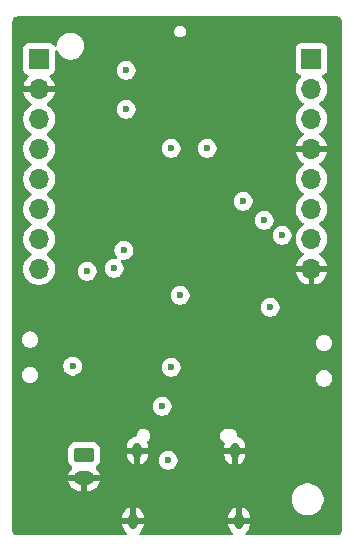
<source format=gbr>
%TF.GenerationSoftware,KiCad,Pcbnew,9.0.0*%
%TF.CreationDate,2025-05-10T20:39:51+02:00*%
%TF.ProjectId,ESP32CAM Shield,45535033-3243-4414-9d20-536869656c64,rev?*%
%TF.SameCoordinates,Original*%
%TF.FileFunction,Copper,L2,Inr*%
%TF.FilePolarity,Positive*%
%FSLAX46Y46*%
G04 Gerber Fmt 4.6, Leading zero omitted, Abs format (unit mm)*
G04 Created by KiCad (PCBNEW 9.0.0) date 2025-05-10 20:39:51*
%MOMM*%
%LPD*%
G01*
G04 APERTURE LIST*
G04 Aperture macros list*
%AMRoundRect*
0 Rectangle with rounded corners*
0 $1 Rounding radius*
0 $2 $3 $4 $5 $6 $7 $8 $9 X,Y pos of 4 corners*
0 Add a 4 corners polygon primitive as box body*
4,1,4,$2,$3,$4,$5,$6,$7,$8,$9,$2,$3,0*
0 Add four circle primitives for the rounded corners*
1,1,$1+$1,$2,$3*
1,1,$1+$1,$4,$5*
1,1,$1+$1,$6,$7*
1,1,$1+$1,$8,$9*
0 Add four rect primitives between the rounded corners*
20,1,$1+$1,$2,$3,$4,$5,0*
20,1,$1+$1,$4,$5,$6,$7,0*
20,1,$1+$1,$6,$7,$8,$9,0*
20,1,$1+$1,$8,$9,$2,$3,0*%
G04 Aperture macros list end*
%TA.AperFunction,ComponentPad*%
%ADD10RoundRect,0.250000X-0.625000X0.350000X-0.625000X-0.350000X0.625000X-0.350000X0.625000X0.350000X0*%
%TD*%
%TA.AperFunction,ComponentPad*%
%ADD11O,1.750000X1.200000*%
%TD*%
%TA.AperFunction,HeatsinkPad*%
%ADD12O,0.800000X1.400000*%
%TD*%
%TA.AperFunction,ComponentPad*%
%ADD13R,1.700000X1.700000*%
%TD*%
%TA.AperFunction,ComponentPad*%
%ADD14O,1.700000X1.700000*%
%TD*%
%TA.AperFunction,ViaPad*%
%ADD15C,0.600000*%
%TD*%
G04 APERTURE END LIST*
D10*
%TO.N,+BATT*%
%TO.C,J3*%
X131064000Y-100616000D03*
D11*
%TO.N,GND*%
X131064000Y-102616000D03*
%TD*%
D12*
%TO.N,GND*%
%TO.C,J4*%
X135210000Y-106218000D03*
X135570000Y-100268000D03*
X143830000Y-100268000D03*
X144190000Y-106218000D03*
%TD*%
D13*
%TO.N,+3.3V*%
%TO.C,J2*%
X150317200Y-67106800D03*
D14*
%TO.N,unconnected-(J2-Pin_2-Pad2)*%
X150317200Y-69646800D03*
%TO.N,io00*%
X150317200Y-72186800D03*
%TO.N,GND*%
X150317200Y-74726800D03*
%TO.N,unconnected-(J2-Pin_5-Pad5)*%
X150317200Y-77266800D03*
%TO.N,UART_USB_RX*%
X150317200Y-79806800D03*
%TO.N,UART_USB_TX*%
X150317200Y-82346800D03*
%TO.N,GND*%
X150317200Y-84886800D03*
%TD*%
D13*
%TO.N,unconnected-(J1-Pin_1-Pad1)*%
%TO.C,J1*%
X127254000Y-67106800D03*
D14*
%TO.N,GND*%
X127254000Y-69646800D03*
%TO.N,I2S_BCLK*%
X127254000Y-72186800D03*
%TO.N,I2S_DATA*%
X127254000Y-74726800D03*
%TO.N,I2S_WS*%
X127254000Y-77266800D03*
%TO.N,I2C_SCL*%
X127254000Y-79806800D03*
%TO.N,I2C_SDA*%
X127254000Y-82346800D03*
%TO.N,unconnected-(J1-Pin_8-Pad8)*%
X127254000Y-84886800D03*
%TD*%
D15*
%TO.N,VBUS*%
X138176000Y-101092000D03*
X137668000Y-96520000D03*
%TO.N,GND*%
X135636000Y-92456000D03*
X136906000Y-86995000D03*
X144100900Y-93778834D03*
X137629889Y-77495727D03*
X147828000Y-101600000D03*
X148751468Y-87082303D03*
X145764465Y-88370168D03*
X144780000Y-72390000D03*
X130004138Y-95070565D03*
X133477000Y-79502000D03*
X137922000Y-68072000D03*
X141224000Y-89154000D03*
X141224000Y-66040000D03*
X144780000Y-80772000D03*
X136398000Y-71120000D03*
X144018000Y-75946000D03*
X133604000Y-100584000D03*
X147955000Y-90424000D03*
X141351000Y-93345000D03*
%TO.N,+3.3V*%
X134620000Y-71374000D03*
X134620000Y-68072000D03*
%TO.N,VBUS*%
X139192000Y-87122000D03*
X131318000Y-85090000D03*
X147828000Y-82042000D03*
X146812000Y-88138000D03*
%TO.N,I2C_SDA*%
X141478000Y-74676000D03*
%TO.N,I2C_SCL*%
X138430000Y-74676000D03*
%TO.N,Net-(U4-OC)*%
X133604000Y-84836000D03*
X134432000Y-83312000D03*
%TO.N,Net-(D1-K)*%
X130104753Y-93117964D03*
X138430000Y-93218000D03*
%TO.N,UART_USB_TX*%
X144526000Y-79156800D03*
X146304000Y-80772000D03*
%TD*%
%TA.AperFunction,Conductor*%
%TO.N,GND*%
G36*
X152406922Y-63493280D02*
G01*
X152415353Y-63494230D01*
X152500831Y-63503861D01*
X152527892Y-63510037D01*
X152610481Y-63538937D01*
X152635491Y-63550980D01*
X152709581Y-63597534D01*
X152731290Y-63614847D01*
X152793152Y-63676709D01*
X152810465Y-63698418D01*
X152857017Y-63772505D01*
X152869064Y-63797522D01*
X152897960Y-63880101D01*
X152904139Y-63907172D01*
X152914720Y-64001077D01*
X152915500Y-64014961D01*
X152915500Y-106927038D01*
X152914720Y-106940922D01*
X152904139Y-107034827D01*
X152897960Y-107061898D01*
X152869064Y-107144477D01*
X152857017Y-107169494D01*
X152810465Y-107243581D01*
X152793152Y-107265290D01*
X152731290Y-107327152D01*
X152709581Y-107344465D01*
X152635494Y-107391017D01*
X152610477Y-107403064D01*
X152527898Y-107431960D01*
X152500828Y-107438139D01*
X152487949Y-107439590D01*
X152473483Y-107441220D01*
X152459602Y-107442000D01*
X144835868Y-107442000D01*
X144768829Y-107422315D01*
X144723074Y-107369511D01*
X144713130Y-107300353D01*
X144742155Y-107236797D01*
X144759479Y-107221513D01*
X144759009Y-107220940D01*
X144763720Y-107217073D01*
X144889073Y-107091720D01*
X144889076Y-107091716D01*
X144987566Y-106944316D01*
X144987571Y-106944307D01*
X145055413Y-106780520D01*
X145055415Y-106780512D01*
X145089999Y-106606646D01*
X145090000Y-106606643D01*
X145090000Y-106468000D01*
X144440000Y-106468000D01*
X144440000Y-105968000D01*
X145090000Y-105968000D01*
X145090000Y-105829357D01*
X145089999Y-105829353D01*
X145055415Y-105655487D01*
X145055413Y-105655479D01*
X144987571Y-105491692D01*
X144987566Y-105491683D01*
X144889076Y-105344283D01*
X144889073Y-105344279D01*
X144763720Y-105218926D01*
X144763716Y-105218923D01*
X144616316Y-105120433D01*
X144616307Y-105120428D01*
X144452519Y-105052585D01*
X144440000Y-105050094D01*
X144440000Y-105868272D01*
X144401940Y-105776386D01*
X144331614Y-105706060D01*
X144239728Y-105668000D01*
X144140272Y-105668000D01*
X144048386Y-105706060D01*
X143978060Y-105776386D01*
X143940000Y-105868272D01*
X143940000Y-105050095D01*
X143939999Y-105050094D01*
X143927480Y-105052585D01*
X143763692Y-105120428D01*
X143763683Y-105120433D01*
X143616283Y-105218923D01*
X143616279Y-105218926D01*
X143490926Y-105344279D01*
X143490923Y-105344283D01*
X143392433Y-105491683D01*
X143392428Y-105491692D01*
X143324586Y-105655479D01*
X143324584Y-105655487D01*
X143290000Y-105829353D01*
X143290000Y-105968000D01*
X143940000Y-105968000D01*
X143940000Y-106468000D01*
X143290000Y-106468000D01*
X143290000Y-106606646D01*
X143324584Y-106780512D01*
X143324586Y-106780520D01*
X143392428Y-106944307D01*
X143392433Y-106944316D01*
X143490923Y-107091716D01*
X143490926Y-107091720D01*
X143616279Y-107217073D01*
X143620991Y-107220940D01*
X143619544Y-107222702D01*
X143657827Y-107268507D01*
X143666536Y-107337832D01*
X143636383Y-107400860D01*
X143576941Y-107437581D01*
X143544132Y-107442000D01*
X135855868Y-107442000D01*
X135788829Y-107422315D01*
X135743074Y-107369511D01*
X135733130Y-107300353D01*
X135762155Y-107236797D01*
X135779479Y-107221513D01*
X135779009Y-107220940D01*
X135783720Y-107217073D01*
X135909073Y-107091720D01*
X135909076Y-107091716D01*
X136007566Y-106944316D01*
X136007571Y-106944307D01*
X136075413Y-106780520D01*
X136075415Y-106780512D01*
X136109999Y-106606646D01*
X136110000Y-106606643D01*
X136110000Y-106468000D01*
X135460000Y-106468000D01*
X135460000Y-105968000D01*
X136110000Y-105968000D01*
X136110000Y-105829357D01*
X136109999Y-105829353D01*
X136075415Y-105655487D01*
X136075413Y-105655479D01*
X136007571Y-105491692D01*
X136007566Y-105491683D01*
X135909076Y-105344283D01*
X135909073Y-105344279D01*
X135783720Y-105218926D01*
X135783716Y-105218923D01*
X135636316Y-105120433D01*
X135636307Y-105120428D01*
X135472519Y-105052585D01*
X135460000Y-105050094D01*
X135460000Y-105868272D01*
X135421940Y-105776386D01*
X135351614Y-105706060D01*
X135259728Y-105668000D01*
X135160272Y-105668000D01*
X135068386Y-105706060D01*
X134998060Y-105776386D01*
X134960000Y-105868272D01*
X134960000Y-105050095D01*
X134959999Y-105050094D01*
X134947480Y-105052585D01*
X134783692Y-105120428D01*
X134783683Y-105120433D01*
X134636283Y-105218923D01*
X134636279Y-105218926D01*
X134510926Y-105344279D01*
X134510923Y-105344283D01*
X134412433Y-105491683D01*
X134412428Y-105491692D01*
X134344586Y-105655479D01*
X134344584Y-105655487D01*
X134310000Y-105829353D01*
X134310000Y-105968000D01*
X134960000Y-105968000D01*
X134960000Y-106468000D01*
X134310000Y-106468000D01*
X134310000Y-106606646D01*
X134344584Y-106780512D01*
X134344586Y-106780520D01*
X134412428Y-106944307D01*
X134412433Y-106944316D01*
X134510923Y-107091716D01*
X134510926Y-107091720D01*
X134636279Y-107217073D01*
X134640991Y-107220940D01*
X134639544Y-107222702D01*
X134677827Y-107268507D01*
X134686536Y-107337832D01*
X134656383Y-107400860D01*
X134596941Y-107437581D01*
X134564132Y-107442000D01*
X125416398Y-107442000D01*
X125402516Y-107441220D01*
X125375171Y-107438139D01*
X125348101Y-107431960D01*
X125265522Y-107403064D01*
X125240505Y-107391017D01*
X125166418Y-107344465D01*
X125144709Y-107327152D01*
X125082847Y-107265290D01*
X125065534Y-107243581D01*
X125018982Y-107169494D01*
X125006937Y-107144481D01*
X124978037Y-107061892D01*
X124971861Y-107034831D01*
X124963608Y-106961583D01*
X124961280Y-106940921D01*
X124960500Y-106927038D01*
X124960500Y-104287713D01*
X148636500Y-104287713D01*
X148636500Y-104500286D01*
X148669753Y-104710239D01*
X148735444Y-104912414D01*
X148831951Y-105101820D01*
X148956890Y-105273786D01*
X149107213Y-105424109D01*
X149279179Y-105549048D01*
X149279181Y-105549049D01*
X149279184Y-105549051D01*
X149468588Y-105645557D01*
X149670757Y-105711246D01*
X149880713Y-105744500D01*
X149880714Y-105744500D01*
X150093286Y-105744500D01*
X150093287Y-105744500D01*
X150303243Y-105711246D01*
X150505412Y-105645557D01*
X150694816Y-105549051D01*
X150716789Y-105533086D01*
X150866786Y-105424109D01*
X150866788Y-105424106D01*
X150866792Y-105424104D01*
X151017104Y-105273792D01*
X151017106Y-105273788D01*
X151017109Y-105273786D01*
X151142048Y-105101820D01*
X151142047Y-105101820D01*
X151142051Y-105101816D01*
X151238557Y-104912412D01*
X151304246Y-104710243D01*
X151337500Y-104500287D01*
X151337500Y-104287713D01*
X151304246Y-104077757D01*
X151238557Y-103875588D01*
X151142051Y-103686184D01*
X151142049Y-103686181D01*
X151142048Y-103686179D01*
X151017109Y-103514213D01*
X150866786Y-103363890D01*
X150694820Y-103238951D01*
X150505414Y-103142444D01*
X150505413Y-103142443D01*
X150505412Y-103142443D01*
X150303243Y-103076754D01*
X150303241Y-103076753D01*
X150303240Y-103076753D01*
X150141957Y-103051208D01*
X150093287Y-103043500D01*
X149880713Y-103043500D01*
X149832042Y-103051208D01*
X149670760Y-103076753D01*
X149468585Y-103142444D01*
X149279179Y-103238951D01*
X149107213Y-103363890D01*
X148956890Y-103514213D01*
X148831951Y-103686179D01*
X148735444Y-103875585D01*
X148669753Y-104077760D01*
X148636500Y-104287713D01*
X124960500Y-104287713D01*
X124960500Y-100215983D01*
X129688500Y-100215983D01*
X129688500Y-101016001D01*
X129688501Y-101016019D01*
X129699000Y-101118796D01*
X129699001Y-101118799D01*
X129716248Y-101170846D01*
X129754186Y-101285334D01*
X129846288Y-101434656D01*
X129970344Y-101558712D01*
X130034981Y-101598580D01*
X130081705Y-101650526D01*
X130092928Y-101719489D01*
X130065085Y-101783571D01*
X130057566Y-101791799D01*
X129949964Y-101899401D01*
X129848195Y-102039475D01*
X129769591Y-102193744D01*
X129716085Y-102358415D01*
X129714884Y-102365999D01*
X129714885Y-102366000D01*
X130783670Y-102366000D01*
X130763925Y-102385745D01*
X130714556Y-102471255D01*
X130689000Y-102566630D01*
X130689000Y-102665370D01*
X130714556Y-102760745D01*
X130763925Y-102846255D01*
X130783670Y-102866000D01*
X129714885Y-102866000D01*
X129716085Y-102873584D01*
X129769591Y-103038255D01*
X129848195Y-103192524D01*
X129949967Y-103332602D01*
X130072397Y-103455032D01*
X130212475Y-103556804D01*
X130366742Y-103635408D01*
X130531415Y-103688914D01*
X130702429Y-103716000D01*
X130814000Y-103716000D01*
X130814000Y-102896330D01*
X130833745Y-102916075D01*
X130919255Y-102965444D01*
X131014630Y-102991000D01*
X131113370Y-102991000D01*
X131208745Y-102965444D01*
X131294255Y-102916075D01*
X131314000Y-102896330D01*
X131314000Y-103716000D01*
X131425571Y-103716000D01*
X131596584Y-103688914D01*
X131761257Y-103635408D01*
X131915524Y-103556804D01*
X132055602Y-103455032D01*
X132178032Y-103332602D01*
X132279804Y-103192524D01*
X132358408Y-103038255D01*
X132411914Y-102873584D01*
X132413115Y-102866000D01*
X131344330Y-102866000D01*
X131364075Y-102846255D01*
X131413444Y-102760745D01*
X131439000Y-102665370D01*
X131439000Y-102566630D01*
X131413444Y-102471255D01*
X131364075Y-102385745D01*
X131344330Y-102366000D01*
X132413115Y-102366000D01*
X132413115Y-102365999D01*
X132411914Y-102358415D01*
X132358408Y-102193744D01*
X132279804Y-102039475D01*
X132178032Y-101899397D01*
X132070434Y-101791799D01*
X132036949Y-101730476D01*
X132041933Y-101660784D01*
X132083805Y-101604851D01*
X132092995Y-101598594D01*
X132157656Y-101558712D01*
X132281712Y-101434656D01*
X132373814Y-101285334D01*
X132428999Y-101118797D01*
X132439500Y-101016009D01*
X132439499Y-100215992D01*
X132428999Y-100113203D01*
X132373814Y-99946666D01*
X132332295Y-99879353D01*
X134670000Y-99879353D01*
X134670000Y-100018000D01*
X135320000Y-100018000D01*
X135320000Y-100518000D01*
X134670000Y-100518000D01*
X134670000Y-100656646D01*
X134704584Y-100830512D01*
X134704586Y-100830520D01*
X134772428Y-100994307D01*
X134772433Y-100994316D01*
X134870923Y-101141716D01*
X134870926Y-101141720D01*
X134996279Y-101267073D01*
X134996283Y-101267076D01*
X135143683Y-101365566D01*
X135143693Y-101365571D01*
X135307476Y-101433412D01*
X135307483Y-101433415D01*
X135320000Y-101435904D01*
X135320000Y-100617728D01*
X135358060Y-100709614D01*
X135428386Y-100779940D01*
X135520272Y-100818000D01*
X135619728Y-100818000D01*
X135711614Y-100779940D01*
X135781940Y-100709614D01*
X135820000Y-100617728D01*
X135820000Y-101435903D01*
X135832516Y-101433415D01*
X135832523Y-101433412D01*
X135996306Y-101365571D01*
X135996316Y-101365566D01*
X136143716Y-101267076D01*
X136143720Y-101267073D01*
X136269073Y-101141720D01*
X136269076Y-101141716D01*
X136354979Y-101013153D01*
X137375500Y-101013153D01*
X137375500Y-101170846D01*
X137406261Y-101325489D01*
X137406264Y-101325501D01*
X137466602Y-101471172D01*
X137466609Y-101471185D01*
X137554210Y-101602288D01*
X137554213Y-101602292D01*
X137665707Y-101713786D01*
X137665711Y-101713789D01*
X137796814Y-101801390D01*
X137796827Y-101801397D01*
X137942498Y-101861735D01*
X137942503Y-101861737D01*
X138097153Y-101892499D01*
X138097156Y-101892500D01*
X138097158Y-101892500D01*
X138254844Y-101892500D01*
X138254845Y-101892499D01*
X138409497Y-101861737D01*
X138555179Y-101801394D01*
X138686289Y-101713789D01*
X138797789Y-101602289D01*
X138885394Y-101471179D01*
X138945737Y-101325497D01*
X138976500Y-101170842D01*
X138976500Y-101013158D01*
X138976500Y-101013155D01*
X138976499Y-101013153D01*
X138945738Y-100858510D01*
X138945737Y-100858503D01*
X138928960Y-100818000D01*
X138885397Y-100712827D01*
X138885390Y-100712814D01*
X138797789Y-100581711D01*
X138797786Y-100581707D01*
X138686292Y-100470213D01*
X138686288Y-100470210D01*
X138555185Y-100382609D01*
X138555172Y-100382602D01*
X138409501Y-100322264D01*
X138409489Y-100322261D01*
X138254845Y-100291500D01*
X138254842Y-100291500D01*
X138097158Y-100291500D01*
X138097155Y-100291500D01*
X137942510Y-100322261D01*
X137942498Y-100322264D01*
X137796827Y-100382602D01*
X137796814Y-100382609D01*
X137665711Y-100470210D01*
X137665707Y-100470213D01*
X137554213Y-100581707D01*
X137554210Y-100581711D01*
X137466609Y-100712814D01*
X137466602Y-100712827D01*
X137406264Y-100858498D01*
X137406261Y-100858510D01*
X137375500Y-101013153D01*
X136354979Y-101013153D01*
X136367566Y-100994316D01*
X136367573Y-100994303D01*
X136381942Y-100959614D01*
X136381942Y-100959613D01*
X136435413Y-100830520D01*
X136435415Y-100830512D01*
X136469999Y-100656646D01*
X136470000Y-100656643D01*
X136470000Y-100518000D01*
X135820000Y-100518000D01*
X135820000Y-100018000D01*
X136470000Y-100018000D01*
X136470000Y-99879357D01*
X136469999Y-99879353D01*
X136435415Y-99705487D01*
X136435414Y-99705483D01*
X136404624Y-99631150D01*
X136397155Y-99561681D01*
X136428429Y-99499201D01*
X136447401Y-99484100D01*
X136446914Y-99483465D01*
X136453358Y-99478518D01*
X136453365Y-99478515D01*
X136560515Y-99371365D01*
X136636281Y-99240135D01*
X136675500Y-99093766D01*
X136675500Y-98942234D01*
X142574500Y-98942234D01*
X142574500Y-99093766D01*
X142577921Y-99106532D01*
X142613719Y-99240136D01*
X142651602Y-99305750D01*
X142689485Y-99371365D01*
X142796635Y-99478515D01*
X142913865Y-99546198D01*
X142962080Y-99596764D01*
X142975303Y-99665371D01*
X142966429Y-99701027D01*
X142964590Y-99705467D01*
X142964584Y-99705485D01*
X142930000Y-99879353D01*
X142930000Y-100018000D01*
X143580000Y-100018000D01*
X143580000Y-100518000D01*
X142930000Y-100518000D01*
X142930000Y-100656646D01*
X142964584Y-100830512D01*
X142964586Y-100830520D01*
X143032428Y-100994307D01*
X143032433Y-100994316D01*
X143130923Y-101141716D01*
X143130926Y-101141720D01*
X143256279Y-101267073D01*
X143256283Y-101267076D01*
X143403683Y-101365566D01*
X143403693Y-101365571D01*
X143567476Y-101433412D01*
X143567483Y-101433415D01*
X143580000Y-101435904D01*
X143580000Y-100617728D01*
X143618060Y-100709614D01*
X143688386Y-100779940D01*
X143780272Y-100818000D01*
X143879728Y-100818000D01*
X143971614Y-100779940D01*
X144041940Y-100709614D01*
X144080000Y-100617728D01*
X144080000Y-101435903D01*
X144092516Y-101433415D01*
X144092523Y-101433412D01*
X144256306Y-101365571D01*
X144256316Y-101365566D01*
X144403716Y-101267076D01*
X144403720Y-101267073D01*
X144529073Y-101141720D01*
X144529076Y-101141716D01*
X144627566Y-100994316D01*
X144627571Y-100994307D01*
X144695413Y-100830520D01*
X144695415Y-100830512D01*
X144729999Y-100656646D01*
X144730000Y-100656643D01*
X144730000Y-100518000D01*
X144080000Y-100518000D01*
X144080000Y-100018000D01*
X144730000Y-100018000D01*
X144730000Y-99879357D01*
X144729999Y-99879353D01*
X144695415Y-99705487D01*
X144695413Y-99705479D01*
X144627571Y-99541692D01*
X144627566Y-99541683D01*
X144529076Y-99394283D01*
X144529073Y-99394279D01*
X144403720Y-99268926D01*
X144403716Y-99268923D01*
X144256316Y-99170433D01*
X144256307Y-99170428D01*
X144102047Y-99106532D01*
X144047644Y-99062691D01*
X144025579Y-98996397D01*
X144025500Y-98991971D01*
X144025500Y-98942236D01*
X144025500Y-98942234D01*
X143986281Y-98795865D01*
X143910515Y-98664635D01*
X143803365Y-98557485D01*
X143737750Y-98519602D01*
X143672136Y-98481719D01*
X143598950Y-98462109D01*
X143525766Y-98442500D01*
X143074234Y-98442500D01*
X142927863Y-98481719D01*
X142796635Y-98557485D01*
X142796632Y-98557487D01*
X142689487Y-98664632D01*
X142689485Y-98664635D01*
X142613719Y-98795863D01*
X142574500Y-98942234D01*
X136675500Y-98942234D01*
X136636281Y-98795865D01*
X136560515Y-98664635D01*
X136453365Y-98557485D01*
X136387750Y-98519602D01*
X136322136Y-98481719D01*
X136248950Y-98462109D01*
X136175766Y-98442500D01*
X136024234Y-98442500D01*
X135877863Y-98481719D01*
X135746635Y-98557485D01*
X135746632Y-98557487D01*
X135639487Y-98664632D01*
X135639485Y-98664635D01*
X135563719Y-98795863D01*
X135524500Y-98942234D01*
X135524500Y-98957654D01*
X135504815Y-99024693D01*
X135452011Y-99070448D01*
X135424691Y-99079271D01*
X135307487Y-99102584D01*
X135307479Y-99102586D01*
X135143692Y-99170428D01*
X135143683Y-99170433D01*
X134996283Y-99268923D01*
X134996279Y-99268926D01*
X134870926Y-99394279D01*
X134870923Y-99394283D01*
X134772433Y-99541683D01*
X134772428Y-99541692D01*
X134704586Y-99705479D01*
X134704584Y-99705487D01*
X134670000Y-99879353D01*
X132332295Y-99879353D01*
X132281712Y-99797344D01*
X132157656Y-99673288D01*
X132033590Y-99596764D01*
X132008336Y-99581187D01*
X132008331Y-99581185D01*
X132006862Y-99580698D01*
X131841797Y-99526001D01*
X131841795Y-99526000D01*
X131739010Y-99515500D01*
X130388998Y-99515500D01*
X130388981Y-99515501D01*
X130286203Y-99526000D01*
X130286200Y-99526001D01*
X130119668Y-99581185D01*
X130119663Y-99581187D01*
X129970342Y-99673289D01*
X129846289Y-99797342D01*
X129754187Y-99946663D01*
X129754186Y-99946666D01*
X129699001Y-100113203D01*
X129699001Y-100113204D01*
X129699000Y-100113204D01*
X129688500Y-100215983D01*
X124960500Y-100215983D01*
X124960500Y-96441153D01*
X136867500Y-96441153D01*
X136867500Y-96598846D01*
X136898261Y-96753489D01*
X136898264Y-96753501D01*
X136958602Y-96899172D01*
X136958609Y-96899185D01*
X137046210Y-97030288D01*
X137046213Y-97030292D01*
X137157707Y-97141786D01*
X137157711Y-97141789D01*
X137288814Y-97229390D01*
X137288827Y-97229397D01*
X137434498Y-97289735D01*
X137434503Y-97289737D01*
X137589153Y-97320499D01*
X137589156Y-97320500D01*
X137589158Y-97320500D01*
X137746844Y-97320500D01*
X137746845Y-97320499D01*
X137901497Y-97289737D01*
X138047179Y-97229394D01*
X138178289Y-97141789D01*
X138289789Y-97030289D01*
X138377394Y-96899179D01*
X138437737Y-96753497D01*
X138468500Y-96598842D01*
X138468500Y-96441158D01*
X138468500Y-96441155D01*
X138468499Y-96441153D01*
X138437738Y-96286510D01*
X138437737Y-96286503D01*
X138437735Y-96286498D01*
X138377397Y-96140827D01*
X138377390Y-96140814D01*
X138289789Y-96009711D01*
X138289786Y-96009707D01*
X138178292Y-95898213D01*
X138178288Y-95898210D01*
X138047185Y-95810609D01*
X138047172Y-95810602D01*
X137901501Y-95750264D01*
X137901489Y-95750261D01*
X137746845Y-95719500D01*
X137746842Y-95719500D01*
X137589158Y-95719500D01*
X137589155Y-95719500D01*
X137434510Y-95750261D01*
X137434498Y-95750264D01*
X137288827Y-95810602D01*
X137288814Y-95810609D01*
X137157711Y-95898210D01*
X137157707Y-95898213D01*
X137046213Y-96009707D01*
X137046210Y-96009711D01*
X136958609Y-96140814D01*
X136958602Y-96140827D01*
X136898264Y-96286498D01*
X136898261Y-96286510D01*
X136867500Y-96441153D01*
X124960500Y-96441153D01*
X124960500Y-93930995D01*
X125791499Y-93930995D01*
X125818418Y-94066322D01*
X125818421Y-94066332D01*
X125871221Y-94193804D01*
X125871228Y-94193817D01*
X125947885Y-94308541D01*
X125947888Y-94308545D01*
X126045454Y-94406111D01*
X126045458Y-94406114D01*
X126160182Y-94482771D01*
X126160195Y-94482778D01*
X126287667Y-94535578D01*
X126287672Y-94535580D01*
X126287676Y-94535580D01*
X126287677Y-94535581D01*
X126423004Y-94562500D01*
X126423007Y-94562500D01*
X126560995Y-94562500D01*
X126652041Y-94544389D01*
X126696328Y-94535580D01*
X126823811Y-94482775D01*
X126938542Y-94406114D01*
X127036114Y-94308542D01*
X127095948Y-94218995D01*
X150683499Y-94218995D01*
X150710418Y-94354322D01*
X150710421Y-94354332D01*
X150763221Y-94481804D01*
X150763228Y-94481817D01*
X150839885Y-94596541D01*
X150839888Y-94596545D01*
X150937454Y-94694111D01*
X150937458Y-94694114D01*
X151052182Y-94770771D01*
X151052195Y-94770778D01*
X151179667Y-94823578D01*
X151179672Y-94823580D01*
X151179676Y-94823580D01*
X151179677Y-94823581D01*
X151315004Y-94850500D01*
X151315007Y-94850500D01*
X151452995Y-94850500D01*
X151544041Y-94832389D01*
X151588328Y-94823580D01*
X151715811Y-94770775D01*
X151830542Y-94694114D01*
X151928114Y-94596542D01*
X152004775Y-94481811D01*
X152057580Y-94354328D01*
X152084500Y-94218993D01*
X152084500Y-94081007D01*
X152084500Y-94081004D01*
X152057581Y-93945677D01*
X152057580Y-93945676D01*
X152057580Y-93945672D01*
X152050009Y-93927394D01*
X152004778Y-93818195D01*
X152004771Y-93818182D01*
X151928114Y-93703458D01*
X151928111Y-93703454D01*
X151830545Y-93605888D01*
X151830541Y-93605885D01*
X151715817Y-93529228D01*
X151715804Y-93529221D01*
X151588332Y-93476421D01*
X151588322Y-93476418D01*
X151452995Y-93449500D01*
X151452993Y-93449500D01*
X151315007Y-93449500D01*
X151315005Y-93449500D01*
X151179677Y-93476418D01*
X151179667Y-93476421D01*
X151052195Y-93529221D01*
X151052182Y-93529228D01*
X150937458Y-93605885D01*
X150937454Y-93605888D01*
X150839888Y-93703454D01*
X150839885Y-93703458D01*
X150763228Y-93818182D01*
X150763221Y-93818195D01*
X150710421Y-93945667D01*
X150710418Y-93945677D01*
X150683500Y-94081004D01*
X150683500Y-94081007D01*
X150683500Y-94218993D01*
X150683500Y-94218995D01*
X150683499Y-94218995D01*
X127095948Y-94218995D01*
X127112775Y-94193811D01*
X127165580Y-94066328D01*
X127192500Y-93930993D01*
X127192500Y-93793007D01*
X127192500Y-93793004D01*
X127165581Y-93657677D01*
X127165580Y-93657676D01*
X127165580Y-93657672D01*
X127153394Y-93628252D01*
X127112778Y-93530195D01*
X127112771Y-93530182D01*
X127036114Y-93415458D01*
X127036111Y-93415454D01*
X126938545Y-93317888D01*
X126938541Y-93317885D01*
X126823817Y-93241228D01*
X126823804Y-93241221D01*
X126696332Y-93188421D01*
X126696322Y-93188418D01*
X126560995Y-93161500D01*
X126560993Y-93161500D01*
X126423007Y-93161500D01*
X126423005Y-93161500D01*
X126287677Y-93188418D01*
X126287667Y-93188421D01*
X126160195Y-93241221D01*
X126160182Y-93241228D01*
X126045458Y-93317885D01*
X126045454Y-93317888D01*
X125947888Y-93415454D01*
X125947885Y-93415458D01*
X125871228Y-93530182D01*
X125871221Y-93530195D01*
X125818421Y-93657667D01*
X125818418Y-93657677D01*
X125791500Y-93793004D01*
X125791500Y-93793007D01*
X125791500Y-93930993D01*
X125791500Y-93930995D01*
X125791499Y-93930995D01*
X124960500Y-93930995D01*
X124960500Y-93039117D01*
X129304253Y-93039117D01*
X129304253Y-93196810D01*
X129335014Y-93351453D01*
X129335017Y-93351465D01*
X129395355Y-93497136D01*
X129395362Y-93497149D01*
X129482963Y-93628252D01*
X129482966Y-93628256D01*
X129594460Y-93739750D01*
X129594464Y-93739753D01*
X129725567Y-93827354D01*
X129725580Y-93827361D01*
X129871251Y-93887699D01*
X129871256Y-93887701D01*
X130025906Y-93918463D01*
X130025909Y-93918464D01*
X130025911Y-93918464D01*
X130183597Y-93918464D01*
X130183598Y-93918463D01*
X130338250Y-93887701D01*
X130483932Y-93827358D01*
X130615042Y-93739753D01*
X130726542Y-93628253D01*
X130814147Y-93497143D01*
X130874490Y-93351461D01*
X130905253Y-93196806D01*
X130905253Y-93139153D01*
X137629500Y-93139153D01*
X137629500Y-93296846D01*
X137660261Y-93451489D01*
X137660264Y-93451501D01*
X137720602Y-93597172D01*
X137720609Y-93597185D01*
X137808210Y-93728288D01*
X137808213Y-93728292D01*
X137919707Y-93839786D01*
X137919711Y-93839789D01*
X138050814Y-93927390D01*
X138050827Y-93927397D01*
X138196498Y-93987735D01*
X138196503Y-93987737D01*
X138351153Y-94018499D01*
X138351156Y-94018500D01*
X138351158Y-94018500D01*
X138508844Y-94018500D01*
X138508845Y-94018499D01*
X138663497Y-93987737D01*
X138692109Y-93975885D01*
X138729607Y-93960354D01*
X138809172Y-93927397D01*
X138809172Y-93927396D01*
X138809179Y-93927394D01*
X138940289Y-93839789D01*
X139051789Y-93728289D01*
X139139394Y-93597179D01*
X139199737Y-93451497D01*
X139230500Y-93296842D01*
X139230500Y-93139158D01*
X139230500Y-93139155D01*
X139230499Y-93139153D01*
X139199738Y-92984510D01*
X139199737Y-92984503D01*
X139158299Y-92884462D01*
X139139397Y-92838827D01*
X139139390Y-92838814D01*
X139051789Y-92707711D01*
X139051786Y-92707707D01*
X138940292Y-92596213D01*
X138940288Y-92596210D01*
X138809185Y-92508609D01*
X138809172Y-92508602D01*
X138663501Y-92448264D01*
X138663489Y-92448261D01*
X138508845Y-92417500D01*
X138508842Y-92417500D01*
X138351158Y-92417500D01*
X138351155Y-92417500D01*
X138196510Y-92448261D01*
X138196498Y-92448264D01*
X138050827Y-92508602D01*
X138050814Y-92508609D01*
X137919711Y-92596210D01*
X137919707Y-92596213D01*
X137808213Y-92707707D01*
X137808210Y-92707711D01*
X137720609Y-92838814D01*
X137720602Y-92838827D01*
X137660264Y-92984498D01*
X137660261Y-92984510D01*
X137629500Y-93139153D01*
X130905253Y-93139153D01*
X130905253Y-93039122D01*
X130905253Y-93039119D01*
X130905252Y-93039117D01*
X130894390Y-92984510D01*
X130874490Y-92884467D01*
X130874488Y-92884462D01*
X130814150Y-92738791D01*
X130814143Y-92738778D01*
X130726542Y-92607675D01*
X130726539Y-92607671D01*
X130615045Y-92496177D01*
X130615041Y-92496174D01*
X130483938Y-92408573D01*
X130483925Y-92408566D01*
X130338254Y-92348228D01*
X130338242Y-92348225D01*
X130183598Y-92317464D01*
X130183595Y-92317464D01*
X130025911Y-92317464D01*
X130025908Y-92317464D01*
X129871263Y-92348225D01*
X129871251Y-92348228D01*
X129725580Y-92408566D01*
X129725567Y-92408573D01*
X129594464Y-92496174D01*
X129594460Y-92496177D01*
X129482966Y-92607671D01*
X129482963Y-92607675D01*
X129395362Y-92738778D01*
X129395355Y-92738791D01*
X129335017Y-92884462D01*
X129335014Y-92884474D01*
X129304253Y-93039117D01*
X124960500Y-93039117D01*
X124960500Y-90930995D01*
X125791499Y-90930995D01*
X125818418Y-91066322D01*
X125818421Y-91066332D01*
X125871221Y-91193804D01*
X125871228Y-91193817D01*
X125947885Y-91308541D01*
X125947888Y-91308545D01*
X126045454Y-91406111D01*
X126045458Y-91406114D01*
X126160182Y-91482771D01*
X126160195Y-91482778D01*
X126287667Y-91535578D01*
X126287672Y-91535580D01*
X126287676Y-91535580D01*
X126287677Y-91535581D01*
X126423004Y-91562500D01*
X126423007Y-91562500D01*
X126560995Y-91562500D01*
X126652041Y-91544389D01*
X126696328Y-91535580D01*
X126823811Y-91482775D01*
X126938542Y-91406114D01*
X127036114Y-91308542D01*
X127095948Y-91218995D01*
X150683499Y-91218995D01*
X150710418Y-91354322D01*
X150710421Y-91354332D01*
X150763221Y-91481804D01*
X150763228Y-91481817D01*
X150839885Y-91596541D01*
X150839888Y-91596545D01*
X150937454Y-91694111D01*
X150937458Y-91694114D01*
X151052182Y-91770771D01*
X151052195Y-91770778D01*
X151179667Y-91823578D01*
X151179672Y-91823580D01*
X151179676Y-91823580D01*
X151179677Y-91823581D01*
X151315004Y-91850500D01*
X151315007Y-91850500D01*
X151452995Y-91850500D01*
X151544041Y-91832389D01*
X151588328Y-91823580D01*
X151715811Y-91770775D01*
X151830542Y-91694114D01*
X151928114Y-91596542D01*
X152004775Y-91481811D01*
X152057580Y-91354328D01*
X152084500Y-91218993D01*
X152084500Y-91081007D01*
X152084500Y-91081004D01*
X152057581Y-90945677D01*
X152057580Y-90945676D01*
X152057580Y-90945672D01*
X152051500Y-90930993D01*
X152004778Y-90818195D01*
X152004771Y-90818182D01*
X151928114Y-90703458D01*
X151928111Y-90703454D01*
X151830545Y-90605888D01*
X151830541Y-90605885D01*
X151715817Y-90529228D01*
X151715804Y-90529221D01*
X151588332Y-90476421D01*
X151588322Y-90476418D01*
X151452995Y-90449500D01*
X151452993Y-90449500D01*
X151315007Y-90449500D01*
X151315005Y-90449500D01*
X151179677Y-90476418D01*
X151179667Y-90476421D01*
X151052195Y-90529221D01*
X151052182Y-90529228D01*
X150937458Y-90605885D01*
X150937454Y-90605888D01*
X150839888Y-90703454D01*
X150839885Y-90703458D01*
X150763228Y-90818182D01*
X150763221Y-90818195D01*
X150710421Y-90945667D01*
X150710418Y-90945677D01*
X150683500Y-91081004D01*
X150683500Y-91081007D01*
X150683500Y-91218993D01*
X150683500Y-91218995D01*
X150683499Y-91218995D01*
X127095948Y-91218995D01*
X127112775Y-91193811D01*
X127165580Y-91066328D01*
X127192500Y-90930993D01*
X127192500Y-90793007D01*
X127192500Y-90793004D01*
X127165581Y-90657677D01*
X127165580Y-90657676D01*
X127165580Y-90657672D01*
X127165578Y-90657667D01*
X127112778Y-90530195D01*
X127112771Y-90530182D01*
X127036114Y-90415458D01*
X127036111Y-90415454D01*
X126938545Y-90317888D01*
X126938541Y-90317885D01*
X126823817Y-90241228D01*
X126823804Y-90241221D01*
X126696332Y-90188421D01*
X126696322Y-90188418D01*
X126560995Y-90161500D01*
X126560993Y-90161500D01*
X126423007Y-90161500D01*
X126423005Y-90161500D01*
X126287677Y-90188418D01*
X126287667Y-90188421D01*
X126160195Y-90241221D01*
X126160182Y-90241228D01*
X126045458Y-90317885D01*
X126045454Y-90317888D01*
X125947888Y-90415454D01*
X125947885Y-90415458D01*
X125871228Y-90530182D01*
X125871221Y-90530195D01*
X125818421Y-90657667D01*
X125818418Y-90657677D01*
X125791500Y-90793004D01*
X125791500Y-90793007D01*
X125791500Y-90930993D01*
X125791500Y-90930995D01*
X125791499Y-90930995D01*
X124960500Y-90930995D01*
X124960500Y-88059153D01*
X146011500Y-88059153D01*
X146011500Y-88216846D01*
X146042261Y-88371489D01*
X146042264Y-88371501D01*
X146102602Y-88517172D01*
X146102609Y-88517185D01*
X146190210Y-88648288D01*
X146190213Y-88648292D01*
X146301707Y-88759786D01*
X146301711Y-88759789D01*
X146432814Y-88847390D01*
X146432827Y-88847397D01*
X146578498Y-88907735D01*
X146578503Y-88907737D01*
X146733153Y-88938499D01*
X146733156Y-88938500D01*
X146733158Y-88938500D01*
X146890844Y-88938500D01*
X146890845Y-88938499D01*
X147045497Y-88907737D01*
X147191179Y-88847394D01*
X147322289Y-88759789D01*
X147433789Y-88648289D01*
X147521394Y-88517179D01*
X147581737Y-88371497D01*
X147612500Y-88216842D01*
X147612500Y-88059158D01*
X147612500Y-88059155D01*
X147612499Y-88059153D01*
X147585317Y-87922500D01*
X147581737Y-87904503D01*
X147551456Y-87831397D01*
X147521397Y-87758827D01*
X147521390Y-87758814D01*
X147433789Y-87627711D01*
X147433786Y-87627707D01*
X147322292Y-87516213D01*
X147322288Y-87516210D01*
X147191185Y-87428609D01*
X147191172Y-87428602D01*
X147045501Y-87368264D01*
X147045489Y-87368261D01*
X146890845Y-87337500D01*
X146890842Y-87337500D01*
X146733158Y-87337500D01*
X146733155Y-87337500D01*
X146578510Y-87368261D01*
X146578498Y-87368264D01*
X146432827Y-87428602D01*
X146432814Y-87428609D01*
X146301711Y-87516210D01*
X146301707Y-87516213D01*
X146190213Y-87627707D01*
X146190210Y-87627711D01*
X146102609Y-87758814D01*
X146102602Y-87758827D01*
X146042264Y-87904498D01*
X146042261Y-87904510D01*
X146011500Y-88059153D01*
X124960500Y-88059153D01*
X124960500Y-87043153D01*
X138391500Y-87043153D01*
X138391500Y-87200846D01*
X138422261Y-87355489D01*
X138422264Y-87355501D01*
X138482602Y-87501172D01*
X138482609Y-87501185D01*
X138570210Y-87632288D01*
X138570213Y-87632292D01*
X138681707Y-87743786D01*
X138681711Y-87743789D01*
X138812814Y-87831390D01*
X138812827Y-87831397D01*
X138958498Y-87891735D01*
X138958503Y-87891737D01*
X139113153Y-87922499D01*
X139113156Y-87922500D01*
X139113158Y-87922500D01*
X139270844Y-87922500D01*
X139270845Y-87922499D01*
X139425497Y-87891737D01*
X139571179Y-87831394D01*
X139702289Y-87743789D01*
X139813789Y-87632289D01*
X139901394Y-87501179D01*
X139961737Y-87355497D01*
X139992500Y-87200842D01*
X139992500Y-87043158D01*
X139992500Y-87043155D01*
X139992499Y-87043153D01*
X139961738Y-86888510D01*
X139961737Y-86888503D01*
X139961735Y-86888498D01*
X139901397Y-86742827D01*
X139901390Y-86742814D01*
X139813789Y-86611711D01*
X139813786Y-86611707D01*
X139702292Y-86500213D01*
X139702288Y-86500210D01*
X139571185Y-86412609D01*
X139571172Y-86412602D01*
X139425501Y-86352264D01*
X139425489Y-86352261D01*
X139270845Y-86321500D01*
X139270842Y-86321500D01*
X139113158Y-86321500D01*
X139113155Y-86321500D01*
X138958510Y-86352261D01*
X138958498Y-86352264D01*
X138812827Y-86412602D01*
X138812814Y-86412609D01*
X138681711Y-86500210D01*
X138681707Y-86500213D01*
X138570213Y-86611707D01*
X138570210Y-86611711D01*
X138482609Y-86742814D01*
X138482602Y-86742827D01*
X138422264Y-86888498D01*
X138422261Y-86888510D01*
X138391500Y-87043153D01*
X124960500Y-87043153D01*
X124960500Y-66208935D01*
X125903500Y-66208935D01*
X125903500Y-68004670D01*
X125903501Y-68004676D01*
X125909908Y-68064283D01*
X125960202Y-68199128D01*
X125960206Y-68199135D01*
X126046452Y-68314344D01*
X126046455Y-68314347D01*
X126161664Y-68400593D01*
X126161671Y-68400597D01*
X126161674Y-68400598D01*
X126293598Y-68449802D01*
X126349531Y-68491673D01*
X126373949Y-68557137D01*
X126359098Y-68625410D01*
X126337947Y-68653665D01*
X126224271Y-68767341D01*
X126099379Y-68939242D01*
X126002904Y-69128582D01*
X125937242Y-69330670D01*
X125937242Y-69330673D01*
X125926769Y-69396800D01*
X126820988Y-69396800D01*
X126788075Y-69453807D01*
X126754000Y-69580974D01*
X126754000Y-69712626D01*
X126788075Y-69839793D01*
X126820988Y-69896800D01*
X125926769Y-69896800D01*
X125937242Y-69962926D01*
X125937242Y-69962929D01*
X126002904Y-70165017D01*
X126099379Y-70354357D01*
X126224272Y-70526259D01*
X126224276Y-70526264D01*
X126374535Y-70676523D01*
X126374540Y-70676527D01*
X126546444Y-70801422D01*
X126555495Y-70806034D01*
X126606292Y-70854008D01*
X126623087Y-70921829D01*
X126600550Y-70987964D01*
X126555499Y-71027002D01*
X126546182Y-71031749D01*
X126374213Y-71156690D01*
X126223890Y-71307013D01*
X126098951Y-71478979D01*
X126002444Y-71668385D01*
X125936753Y-71870560D01*
X125903500Y-72080513D01*
X125903500Y-72293086D01*
X125936753Y-72503039D01*
X126002444Y-72705214D01*
X126098951Y-72894620D01*
X126223890Y-73066586D01*
X126374213Y-73216909D01*
X126546182Y-73341850D01*
X126554946Y-73346316D01*
X126605742Y-73394291D01*
X126622536Y-73462112D01*
X126599998Y-73528247D01*
X126554946Y-73567284D01*
X126546182Y-73571749D01*
X126374213Y-73696690D01*
X126223890Y-73847013D01*
X126098951Y-74018979D01*
X126002444Y-74208385D01*
X125936753Y-74410560D01*
X125935291Y-74419793D01*
X125903500Y-74620513D01*
X125903500Y-74833087D01*
X125936754Y-75043043D01*
X125983297Y-75186288D01*
X126002444Y-75245214D01*
X126098951Y-75434620D01*
X126223890Y-75606586D01*
X126374213Y-75756909D01*
X126546182Y-75881850D01*
X126554946Y-75886316D01*
X126605742Y-75934291D01*
X126622536Y-76002112D01*
X126599998Y-76068247D01*
X126554946Y-76107284D01*
X126546182Y-76111749D01*
X126374213Y-76236690D01*
X126223890Y-76387013D01*
X126098951Y-76558979D01*
X126002444Y-76748385D01*
X125936753Y-76950560D01*
X125903500Y-77160513D01*
X125903500Y-77373086D01*
X125936753Y-77583039D01*
X126002444Y-77785214D01*
X126098951Y-77974620D01*
X126223890Y-78146586D01*
X126374213Y-78296909D01*
X126546182Y-78421850D01*
X126554946Y-78426316D01*
X126605742Y-78474291D01*
X126622536Y-78542112D01*
X126599998Y-78608247D01*
X126554946Y-78647284D01*
X126546182Y-78651749D01*
X126374213Y-78776690D01*
X126223890Y-78927013D01*
X126098951Y-79098979D01*
X126002444Y-79288385D01*
X125936753Y-79490560D01*
X125908794Y-79667088D01*
X125903500Y-79700513D01*
X125903500Y-79913087D01*
X125910503Y-79957299D01*
X125927181Y-80062606D01*
X125936754Y-80123043D01*
X125981810Y-80261711D01*
X126002444Y-80325214D01*
X126098951Y-80514620D01*
X126223890Y-80686586D01*
X126374213Y-80836909D01*
X126546182Y-80961850D01*
X126554946Y-80966316D01*
X126605742Y-81014291D01*
X126622536Y-81082112D01*
X126599998Y-81148247D01*
X126554946Y-81187284D01*
X126546182Y-81191749D01*
X126374213Y-81316690D01*
X126223890Y-81467013D01*
X126098951Y-81638979D01*
X126002444Y-81828385D01*
X125936753Y-82030560D01*
X125903500Y-82240513D01*
X125903500Y-82453086D01*
X125927181Y-82602606D01*
X125936754Y-82663043D01*
X125995063Y-82842500D01*
X126002444Y-82865214D01*
X126098951Y-83054620D01*
X126223890Y-83226586D01*
X126374213Y-83376909D01*
X126546182Y-83501850D01*
X126554946Y-83506316D01*
X126605742Y-83554291D01*
X126622536Y-83622112D01*
X126599998Y-83688247D01*
X126554946Y-83727284D01*
X126546182Y-83731749D01*
X126374213Y-83856690D01*
X126223890Y-84007013D01*
X126098951Y-84178979D01*
X126002444Y-84368385D01*
X125936753Y-84570560D01*
X125935304Y-84579711D01*
X125903500Y-84780513D01*
X125903500Y-84993087D01*
X125906362Y-85011155D01*
X125931337Y-85168846D01*
X125936754Y-85203043D01*
X125983297Y-85346288D01*
X126002444Y-85405214D01*
X126098951Y-85594620D01*
X126223890Y-85766586D01*
X126374213Y-85916909D01*
X126546179Y-86041848D01*
X126546181Y-86041849D01*
X126546184Y-86041851D01*
X126735588Y-86138357D01*
X126937757Y-86204046D01*
X127147713Y-86237300D01*
X127147714Y-86237300D01*
X127360286Y-86237300D01*
X127360287Y-86237300D01*
X127570243Y-86204046D01*
X127772412Y-86138357D01*
X127961816Y-86041851D01*
X127983789Y-86025886D01*
X128133786Y-85916909D01*
X128133788Y-85916906D01*
X128133792Y-85916904D01*
X128284104Y-85766592D01*
X128284106Y-85766588D01*
X128284109Y-85766586D01*
X128409048Y-85594620D01*
X128409047Y-85594620D01*
X128409051Y-85594616D01*
X128505557Y-85405212D01*
X128571246Y-85203043D01*
X128601639Y-85011153D01*
X130517500Y-85011153D01*
X130517500Y-85168846D01*
X130548261Y-85323489D01*
X130548264Y-85323501D01*
X130608602Y-85469172D01*
X130608609Y-85469185D01*
X130696210Y-85600288D01*
X130696213Y-85600292D01*
X130807707Y-85711786D01*
X130807711Y-85711789D01*
X130938814Y-85799390D01*
X130938827Y-85799397D01*
X131084498Y-85859735D01*
X131084503Y-85859737D01*
X131239153Y-85890499D01*
X131239156Y-85890500D01*
X131239158Y-85890500D01*
X131396844Y-85890500D01*
X131396845Y-85890499D01*
X131551497Y-85859737D01*
X131697179Y-85799394D01*
X131828289Y-85711789D01*
X131939789Y-85600289D01*
X132027394Y-85469179D01*
X132087737Y-85323497D01*
X132118500Y-85168842D01*
X132118500Y-85011158D01*
X132118500Y-85011155D01*
X132118499Y-85011153D01*
X132087738Y-84856510D01*
X132087737Y-84856503D01*
X132046585Y-84757153D01*
X132803500Y-84757153D01*
X132803500Y-84914846D01*
X132834261Y-85069489D01*
X132834264Y-85069501D01*
X132894602Y-85215172D01*
X132894609Y-85215185D01*
X132982210Y-85346288D01*
X132982213Y-85346292D01*
X133093707Y-85457786D01*
X133093711Y-85457789D01*
X133224814Y-85545390D01*
X133224827Y-85545397D01*
X133370498Y-85605735D01*
X133370503Y-85605737D01*
X133525153Y-85636499D01*
X133525156Y-85636500D01*
X133525158Y-85636500D01*
X133682844Y-85636500D01*
X133682845Y-85636499D01*
X133837497Y-85605737D01*
X133983179Y-85545394D01*
X134114289Y-85457789D01*
X134225789Y-85346289D01*
X134313394Y-85215179D01*
X134373737Y-85069497D01*
X134404500Y-84914842D01*
X134404500Y-84757158D01*
X134404500Y-84757155D01*
X134404499Y-84757153D01*
X134395283Y-84710821D01*
X134373737Y-84602503D01*
X134360553Y-84570673D01*
X134313397Y-84456827D01*
X134313390Y-84456814D01*
X134225789Y-84325711D01*
X134225786Y-84325707D01*
X134217058Y-84316979D01*
X134183573Y-84255656D01*
X134188557Y-84185964D01*
X134230429Y-84130031D01*
X134295893Y-84105614D01*
X134328931Y-84107680D01*
X134337876Y-84109460D01*
X134353157Y-84112500D01*
X134353158Y-84112500D01*
X134510844Y-84112500D01*
X134510845Y-84112499D01*
X134665497Y-84081737D01*
X134811179Y-84021394D01*
X134942289Y-83933789D01*
X135053789Y-83822289D01*
X135141394Y-83691179D01*
X135142609Y-83688247D01*
X135170002Y-83622112D01*
X135201737Y-83545497D01*
X135232500Y-83390842D01*
X135232500Y-83233158D01*
X135232500Y-83233155D01*
X135232499Y-83233153D01*
X135201738Y-83078510D01*
X135201737Y-83078503D01*
X135201735Y-83078498D01*
X135141397Y-82932827D01*
X135141390Y-82932814D01*
X135053789Y-82801711D01*
X135053786Y-82801707D01*
X134942292Y-82690213D01*
X134942288Y-82690210D01*
X134811185Y-82602609D01*
X134811172Y-82602602D01*
X134665501Y-82542264D01*
X134665489Y-82542261D01*
X134510845Y-82511500D01*
X134510842Y-82511500D01*
X134353158Y-82511500D01*
X134353155Y-82511500D01*
X134198510Y-82542261D01*
X134198498Y-82542264D01*
X134052827Y-82602602D01*
X134052814Y-82602609D01*
X133921711Y-82690210D01*
X133921707Y-82690213D01*
X133810213Y-82801707D01*
X133810210Y-82801711D01*
X133722609Y-82932814D01*
X133722602Y-82932827D01*
X133662264Y-83078498D01*
X133662261Y-83078510D01*
X133631500Y-83233153D01*
X133631500Y-83390846D01*
X133662261Y-83545489D01*
X133662264Y-83545501D01*
X133722602Y-83691172D01*
X133722609Y-83691185D01*
X133810210Y-83822288D01*
X133810213Y-83822292D01*
X133818941Y-83831020D01*
X133852426Y-83892343D01*
X133847442Y-83962035D01*
X133805570Y-84017968D01*
X133740106Y-84042385D01*
X133707070Y-84040319D01*
X133682842Y-84035500D01*
X133525158Y-84035500D01*
X133525155Y-84035500D01*
X133370510Y-84066261D01*
X133370498Y-84066264D01*
X133224827Y-84126602D01*
X133224814Y-84126609D01*
X133093711Y-84214210D01*
X133093707Y-84214213D01*
X132982213Y-84325707D01*
X132982210Y-84325711D01*
X132894609Y-84456814D01*
X132894602Y-84456827D01*
X132834264Y-84602498D01*
X132834261Y-84602510D01*
X132803500Y-84757153D01*
X132046585Y-84757153D01*
X132027397Y-84710826D01*
X132027390Y-84710814D01*
X131939789Y-84579711D01*
X131939786Y-84579707D01*
X131828292Y-84468213D01*
X131828288Y-84468210D01*
X131697185Y-84380609D01*
X131697172Y-84380602D01*
X131551501Y-84320264D01*
X131551489Y-84320261D01*
X131396845Y-84289500D01*
X131396842Y-84289500D01*
X131239158Y-84289500D01*
X131239155Y-84289500D01*
X131084510Y-84320261D01*
X131084498Y-84320264D01*
X130938827Y-84380602D01*
X130938814Y-84380609D01*
X130807711Y-84468210D01*
X130807707Y-84468213D01*
X130696213Y-84579707D01*
X130696210Y-84579711D01*
X130608609Y-84710814D01*
X130608602Y-84710827D01*
X130548264Y-84856498D01*
X130548261Y-84856510D01*
X130517500Y-85011153D01*
X128601639Y-85011153D01*
X128604500Y-84993087D01*
X128604500Y-84780513D01*
X128571246Y-84570557D01*
X128505557Y-84368388D01*
X128409051Y-84178984D01*
X128409049Y-84178981D01*
X128409048Y-84178979D01*
X128284109Y-84007013D01*
X128133786Y-83856690D01*
X127961820Y-83731751D01*
X127953600Y-83727563D01*
X127953054Y-83727285D01*
X127902259Y-83679312D01*
X127885463Y-83611492D01*
X127907999Y-83545356D01*
X127953054Y-83506315D01*
X127961816Y-83501851D01*
X127983789Y-83485886D01*
X128133786Y-83376909D01*
X128133788Y-83376906D01*
X128133792Y-83376904D01*
X128284104Y-83226592D01*
X128284106Y-83226588D01*
X128284109Y-83226586D01*
X128409048Y-83054620D01*
X128409047Y-83054620D01*
X128409051Y-83054616D01*
X128505557Y-82865212D01*
X128571246Y-82663043D01*
X128604500Y-82453087D01*
X128604500Y-82240513D01*
X128571246Y-82030557D01*
X128549345Y-81963153D01*
X147027500Y-81963153D01*
X147027500Y-82120846D01*
X147058261Y-82275489D01*
X147058264Y-82275501D01*
X147118602Y-82421172D01*
X147118609Y-82421185D01*
X147206210Y-82552288D01*
X147206213Y-82552292D01*
X147317707Y-82663786D01*
X147317711Y-82663789D01*
X147448814Y-82751390D01*
X147448827Y-82751397D01*
X147570288Y-82801707D01*
X147594503Y-82811737D01*
X147749153Y-82842499D01*
X147749156Y-82842500D01*
X147749158Y-82842500D01*
X147906844Y-82842500D01*
X147906845Y-82842499D01*
X148061497Y-82811737D01*
X148207179Y-82751394D01*
X148338289Y-82663789D01*
X148449789Y-82552289D01*
X148537394Y-82421179D01*
X148597737Y-82275497D01*
X148628500Y-82120842D01*
X148628500Y-81963158D01*
X148628500Y-81963155D01*
X148628499Y-81963153D01*
X148601692Y-81828388D01*
X148597737Y-81808503D01*
X148597735Y-81808498D01*
X148537397Y-81662827D01*
X148537390Y-81662814D01*
X148449789Y-81531711D01*
X148449786Y-81531707D01*
X148338292Y-81420213D01*
X148338288Y-81420210D01*
X148207185Y-81332609D01*
X148207172Y-81332602D01*
X148061501Y-81272264D01*
X148061489Y-81272261D01*
X147906845Y-81241500D01*
X147906842Y-81241500D01*
X147749158Y-81241500D01*
X147749155Y-81241500D01*
X147594510Y-81272261D01*
X147594498Y-81272264D01*
X147448827Y-81332602D01*
X147448814Y-81332609D01*
X147317711Y-81420210D01*
X147317707Y-81420213D01*
X147206213Y-81531707D01*
X147206210Y-81531711D01*
X147118609Y-81662814D01*
X147118602Y-81662827D01*
X147058264Y-81808498D01*
X147058261Y-81808510D01*
X147027500Y-81963153D01*
X128549345Y-81963153D01*
X128505557Y-81828388D01*
X128409051Y-81638984D01*
X128409049Y-81638981D01*
X128409048Y-81638979D01*
X128284109Y-81467013D01*
X128133786Y-81316690D01*
X127961820Y-81191751D01*
X127961115Y-81191391D01*
X127953054Y-81187285D01*
X127902259Y-81139312D01*
X127885463Y-81071492D01*
X127907999Y-81005356D01*
X127953054Y-80966315D01*
X127961816Y-80961851D01*
X127983789Y-80945886D01*
X128133786Y-80836909D01*
X128133788Y-80836906D01*
X128133792Y-80836904D01*
X128277543Y-80693153D01*
X145503500Y-80693153D01*
X145503500Y-80850846D01*
X145534261Y-81005489D01*
X145534264Y-81005501D01*
X145594602Y-81151172D01*
X145594609Y-81151185D01*
X145682210Y-81282288D01*
X145682213Y-81282292D01*
X145793707Y-81393786D01*
X145793711Y-81393789D01*
X145924814Y-81481390D01*
X145924827Y-81481397D01*
X146046288Y-81531707D01*
X146070503Y-81541737D01*
X146225153Y-81572499D01*
X146225156Y-81572500D01*
X146225158Y-81572500D01*
X146382844Y-81572500D01*
X146382845Y-81572499D01*
X146537497Y-81541737D01*
X146683179Y-81481394D01*
X146814289Y-81393789D01*
X146925789Y-81282289D01*
X147013394Y-81151179D01*
X147014609Y-81148247D01*
X147042002Y-81082112D01*
X147073737Y-81005497D01*
X147104500Y-80850842D01*
X147104500Y-80693158D01*
X147104500Y-80693155D01*
X147104499Y-80693153D01*
X147073738Y-80538510D01*
X147073737Y-80538503D01*
X147073735Y-80538498D01*
X147013397Y-80392827D01*
X147013390Y-80392814D01*
X146925789Y-80261711D01*
X146925786Y-80261707D01*
X146814292Y-80150213D01*
X146814288Y-80150210D01*
X146683185Y-80062609D01*
X146683172Y-80062602D01*
X146537501Y-80002264D01*
X146537489Y-80002261D01*
X146382845Y-79971500D01*
X146382842Y-79971500D01*
X146225158Y-79971500D01*
X146225155Y-79971500D01*
X146070510Y-80002261D01*
X146070498Y-80002264D01*
X145924827Y-80062602D01*
X145924814Y-80062609D01*
X145793711Y-80150210D01*
X145793707Y-80150213D01*
X145682213Y-80261707D01*
X145682210Y-80261711D01*
X145594609Y-80392814D01*
X145594602Y-80392827D01*
X145534264Y-80538498D01*
X145534261Y-80538510D01*
X145503500Y-80693153D01*
X128277543Y-80693153D01*
X128284104Y-80686592D01*
X128409051Y-80514616D01*
X128505557Y-80325212D01*
X128571246Y-80123043D01*
X128604500Y-79913087D01*
X128604500Y-79700513D01*
X128571246Y-79490557D01*
X128505557Y-79288388D01*
X128409051Y-79098984D01*
X128409050Y-79098982D01*
X128393772Y-79077953D01*
X143725500Y-79077953D01*
X143725500Y-79235646D01*
X143756261Y-79390289D01*
X143756264Y-79390301D01*
X143816602Y-79535972D01*
X143816609Y-79535985D01*
X143904210Y-79667088D01*
X143904213Y-79667092D01*
X144015707Y-79778586D01*
X144015711Y-79778589D01*
X144146814Y-79866190D01*
X144146827Y-79866197D01*
X144292498Y-79926535D01*
X144292503Y-79926537D01*
X144447153Y-79957299D01*
X144447156Y-79957300D01*
X144447158Y-79957300D01*
X144604844Y-79957300D01*
X144604845Y-79957299D01*
X144759497Y-79926537D01*
X144905179Y-79866194D01*
X145036289Y-79778589D01*
X145147789Y-79667089D01*
X145235394Y-79535979D01*
X145295737Y-79390297D01*
X145326500Y-79235642D01*
X145326500Y-79077958D01*
X145326500Y-79077955D01*
X145326499Y-79077953D01*
X145295738Y-78923310D01*
X145295737Y-78923303D01*
X145295735Y-78923298D01*
X145235397Y-78777627D01*
X145235390Y-78777614D01*
X145147789Y-78646511D01*
X145147786Y-78646507D01*
X145036292Y-78535013D01*
X145036288Y-78535010D01*
X144905185Y-78447409D01*
X144905172Y-78447402D01*
X144759501Y-78387064D01*
X144759489Y-78387061D01*
X144604845Y-78356300D01*
X144604842Y-78356300D01*
X144447158Y-78356300D01*
X144447155Y-78356300D01*
X144292510Y-78387061D01*
X144292498Y-78387064D01*
X144146827Y-78447402D01*
X144146814Y-78447409D01*
X144015711Y-78535010D01*
X144015707Y-78535013D01*
X143904213Y-78646507D01*
X143904210Y-78646511D01*
X143816609Y-78777614D01*
X143816602Y-78777627D01*
X143756264Y-78923298D01*
X143756261Y-78923310D01*
X143725500Y-79077953D01*
X128393772Y-79077953D01*
X128284109Y-78927013D01*
X128133786Y-78776690D01*
X127961820Y-78651751D01*
X127961115Y-78651391D01*
X127953054Y-78647285D01*
X127902259Y-78599312D01*
X127885463Y-78531492D01*
X127907999Y-78465356D01*
X127953054Y-78426315D01*
X127961816Y-78421851D01*
X128052040Y-78356300D01*
X128133786Y-78296909D01*
X128133788Y-78296906D01*
X128133792Y-78296904D01*
X128284104Y-78146592D01*
X128284106Y-78146588D01*
X128284109Y-78146586D01*
X128409048Y-77974620D01*
X128409047Y-77974620D01*
X128409051Y-77974616D01*
X128505557Y-77785212D01*
X128571246Y-77583043D01*
X128604500Y-77373087D01*
X128604500Y-77160513D01*
X128571246Y-76950557D01*
X128505557Y-76748388D01*
X128409051Y-76558984D01*
X128409049Y-76558981D01*
X128409048Y-76558979D01*
X128284109Y-76387013D01*
X128133786Y-76236690D01*
X127961820Y-76111751D01*
X127961115Y-76111391D01*
X127953054Y-76107285D01*
X127902259Y-76059312D01*
X127885463Y-75991492D01*
X127907999Y-75925356D01*
X127953054Y-75886315D01*
X127961816Y-75881851D01*
X127983789Y-75865886D01*
X128133786Y-75756909D01*
X128133788Y-75756906D01*
X128133792Y-75756904D01*
X128284104Y-75606592D01*
X128284106Y-75606588D01*
X128284109Y-75606586D01*
X128409048Y-75434620D01*
X128409047Y-75434620D01*
X128409051Y-75434616D01*
X128505557Y-75245212D01*
X128571246Y-75043043D01*
X128604500Y-74833087D01*
X128604500Y-74620513D01*
X128600800Y-74597153D01*
X137629500Y-74597153D01*
X137629500Y-74754846D01*
X137660261Y-74909489D01*
X137660264Y-74909501D01*
X137720602Y-75055172D01*
X137720609Y-75055185D01*
X137808210Y-75186288D01*
X137808213Y-75186292D01*
X137919707Y-75297786D01*
X137919711Y-75297789D01*
X138050814Y-75385390D01*
X138050827Y-75385397D01*
X138169029Y-75434357D01*
X138196503Y-75445737D01*
X138351153Y-75476499D01*
X138351156Y-75476500D01*
X138351158Y-75476500D01*
X138508844Y-75476500D01*
X138508845Y-75476499D01*
X138663497Y-75445737D01*
X138809179Y-75385394D01*
X138940289Y-75297789D01*
X139051789Y-75186289D01*
X139139394Y-75055179D01*
X139199737Y-74909497D01*
X139230500Y-74754842D01*
X139230500Y-74597158D01*
X139230500Y-74597155D01*
X139230499Y-74597153D01*
X140677500Y-74597153D01*
X140677500Y-74754846D01*
X140708261Y-74909489D01*
X140708264Y-74909501D01*
X140768602Y-75055172D01*
X140768609Y-75055185D01*
X140856210Y-75186288D01*
X140856213Y-75186292D01*
X140967707Y-75297786D01*
X140967711Y-75297789D01*
X141098814Y-75385390D01*
X141098827Y-75385397D01*
X141217029Y-75434357D01*
X141244503Y-75445737D01*
X141399153Y-75476499D01*
X141399156Y-75476500D01*
X141399158Y-75476500D01*
X141556844Y-75476500D01*
X141556845Y-75476499D01*
X141711497Y-75445737D01*
X141857179Y-75385394D01*
X141988289Y-75297789D01*
X142099789Y-75186289D01*
X142187394Y-75055179D01*
X142247737Y-74909497D01*
X142278500Y-74754842D01*
X142278500Y-74597158D01*
X142278500Y-74597155D01*
X142278499Y-74597153D01*
X142247737Y-74442503D01*
X142234553Y-74410673D01*
X142187397Y-74296827D01*
X142187390Y-74296814D01*
X142099789Y-74165711D01*
X142099786Y-74165707D01*
X141988292Y-74054213D01*
X141988288Y-74054210D01*
X141857185Y-73966609D01*
X141857172Y-73966602D01*
X141711501Y-73906264D01*
X141711489Y-73906261D01*
X141556845Y-73875500D01*
X141556842Y-73875500D01*
X141399158Y-73875500D01*
X141399155Y-73875500D01*
X141244510Y-73906261D01*
X141244498Y-73906264D01*
X141098827Y-73966602D01*
X141098814Y-73966609D01*
X140967711Y-74054210D01*
X140967707Y-74054213D01*
X140856213Y-74165707D01*
X140856210Y-74165711D01*
X140768609Y-74296814D01*
X140768602Y-74296827D01*
X140708264Y-74442498D01*
X140708261Y-74442510D01*
X140677500Y-74597153D01*
X139230499Y-74597153D01*
X139199737Y-74442503D01*
X139186553Y-74410673D01*
X139139397Y-74296827D01*
X139139390Y-74296814D01*
X139051789Y-74165711D01*
X139051786Y-74165707D01*
X138940292Y-74054213D01*
X138940288Y-74054210D01*
X138809185Y-73966609D01*
X138809172Y-73966602D01*
X138663501Y-73906264D01*
X138663489Y-73906261D01*
X138508845Y-73875500D01*
X138508842Y-73875500D01*
X138351158Y-73875500D01*
X138351155Y-73875500D01*
X138196510Y-73906261D01*
X138196498Y-73906264D01*
X138050827Y-73966602D01*
X138050814Y-73966609D01*
X137919711Y-74054210D01*
X137919707Y-74054213D01*
X137808213Y-74165707D01*
X137808210Y-74165711D01*
X137720609Y-74296814D01*
X137720602Y-74296827D01*
X137660264Y-74442498D01*
X137660261Y-74442510D01*
X137629500Y-74597153D01*
X128600800Y-74597153D01*
X128571246Y-74410557D01*
X128505557Y-74208388D01*
X128409051Y-74018984D01*
X128409049Y-74018981D01*
X128409048Y-74018979D01*
X128284109Y-73847013D01*
X128133786Y-73696690D01*
X127961820Y-73571751D01*
X127953600Y-73567563D01*
X127953054Y-73567285D01*
X127902259Y-73519312D01*
X127885463Y-73451492D01*
X127907999Y-73385356D01*
X127953054Y-73346315D01*
X127961816Y-73341851D01*
X127983789Y-73325886D01*
X128133786Y-73216909D01*
X128133788Y-73216906D01*
X128133792Y-73216904D01*
X128284104Y-73066592D01*
X128284106Y-73066588D01*
X128284109Y-73066586D01*
X128409048Y-72894620D01*
X128409047Y-72894620D01*
X128409051Y-72894616D01*
X128505557Y-72705212D01*
X128571246Y-72503043D01*
X128604500Y-72293087D01*
X128604500Y-72080513D01*
X128571246Y-71870557D01*
X128505557Y-71668388D01*
X128409051Y-71478984D01*
X128390058Y-71452842D01*
X128324023Y-71361951D01*
X128284109Y-71307013D01*
X128272249Y-71295153D01*
X133819500Y-71295153D01*
X133819500Y-71452846D01*
X133850261Y-71607489D01*
X133850264Y-71607501D01*
X133910602Y-71753172D01*
X133910609Y-71753185D01*
X133998210Y-71884288D01*
X133998213Y-71884292D01*
X134109707Y-71995786D01*
X134109711Y-71995789D01*
X134240814Y-72083390D01*
X134240827Y-72083397D01*
X134386498Y-72143735D01*
X134386503Y-72143737D01*
X134541153Y-72174499D01*
X134541156Y-72174500D01*
X134541158Y-72174500D01*
X134698844Y-72174500D01*
X134698845Y-72174499D01*
X134853497Y-72143737D01*
X134999179Y-72083394D01*
X135130289Y-71995789D01*
X135241789Y-71884289D01*
X135329394Y-71753179D01*
X135389737Y-71607497D01*
X135420500Y-71452842D01*
X135420500Y-71295158D01*
X135420500Y-71295155D01*
X135420499Y-71295153D01*
X135392958Y-71156696D01*
X135389737Y-71140503D01*
X135344690Y-71031749D01*
X135329397Y-70994827D01*
X135329390Y-70994814D01*
X135241789Y-70863711D01*
X135241786Y-70863707D01*
X135130292Y-70752213D01*
X135130288Y-70752210D01*
X134999185Y-70664609D01*
X134999172Y-70664602D01*
X134853501Y-70604264D01*
X134853489Y-70604261D01*
X134698845Y-70573500D01*
X134698842Y-70573500D01*
X134541158Y-70573500D01*
X134541155Y-70573500D01*
X134386510Y-70604261D01*
X134386498Y-70604264D01*
X134240827Y-70664602D01*
X134240814Y-70664609D01*
X134109711Y-70752210D01*
X134109707Y-70752213D01*
X133998213Y-70863707D01*
X133998210Y-70863711D01*
X133910609Y-70994814D01*
X133910602Y-70994827D01*
X133850264Y-71140498D01*
X133850261Y-71140510D01*
X133819500Y-71295153D01*
X128272249Y-71295153D01*
X128133786Y-71156690D01*
X127961817Y-71031749D01*
X127952504Y-71027004D01*
X127901707Y-70979030D01*
X127884912Y-70911209D01*
X127907449Y-70845074D01*
X127952507Y-70806032D01*
X127961558Y-70801420D01*
X128133459Y-70676527D01*
X128133464Y-70676523D01*
X128283723Y-70526264D01*
X128283727Y-70526259D01*
X128408620Y-70354357D01*
X128505095Y-70165017D01*
X128570757Y-69962929D01*
X128570757Y-69962926D01*
X128581231Y-69896800D01*
X127687012Y-69896800D01*
X127719925Y-69839793D01*
X127754000Y-69712626D01*
X127754000Y-69580974D01*
X127719925Y-69453807D01*
X127687012Y-69396800D01*
X128581231Y-69396800D01*
X128570757Y-69330673D01*
X128570757Y-69330670D01*
X128505095Y-69128582D01*
X128408620Y-68939242D01*
X128283727Y-68767340D01*
X128283723Y-68767335D01*
X128170053Y-68653665D01*
X128136568Y-68592342D01*
X128141552Y-68522650D01*
X128183424Y-68466717D01*
X128214400Y-68449802D01*
X128346331Y-68400596D01*
X128461546Y-68314346D01*
X128547796Y-68199131D01*
X128598091Y-68064283D01*
X128604500Y-68004673D01*
X128604500Y-67993153D01*
X133819500Y-67993153D01*
X133819500Y-68150846D01*
X133850261Y-68305489D01*
X133850264Y-68305501D01*
X133910602Y-68451172D01*
X133910609Y-68451185D01*
X133998210Y-68582288D01*
X133998213Y-68582292D01*
X134109707Y-68693786D01*
X134109711Y-68693789D01*
X134240814Y-68781390D01*
X134240827Y-68781397D01*
X134386498Y-68841735D01*
X134386503Y-68841737D01*
X134541153Y-68872499D01*
X134541156Y-68872500D01*
X134541158Y-68872500D01*
X134698844Y-68872500D01*
X134698845Y-68872499D01*
X134853497Y-68841737D01*
X134999179Y-68781394D01*
X135130289Y-68693789D01*
X135241789Y-68582289D01*
X135329394Y-68451179D01*
X135389737Y-68305497D01*
X135420500Y-68150842D01*
X135420500Y-67993158D01*
X135420500Y-67993155D01*
X135420499Y-67993153D01*
X135389738Y-67838510D01*
X135389737Y-67838503D01*
X135389735Y-67838498D01*
X135329397Y-67692827D01*
X135329390Y-67692814D01*
X135241789Y-67561711D01*
X135241786Y-67561707D01*
X135130292Y-67450213D01*
X135130288Y-67450210D01*
X134999185Y-67362609D01*
X134999172Y-67362602D01*
X134853501Y-67302264D01*
X134853489Y-67302261D01*
X134698845Y-67271500D01*
X134698842Y-67271500D01*
X134541158Y-67271500D01*
X134541155Y-67271500D01*
X134386510Y-67302261D01*
X134386498Y-67302264D01*
X134240827Y-67362602D01*
X134240814Y-67362609D01*
X134109711Y-67450210D01*
X134109707Y-67450213D01*
X133998213Y-67561707D01*
X133998210Y-67561711D01*
X133910609Y-67692814D01*
X133910602Y-67692827D01*
X133850264Y-67838498D01*
X133850261Y-67838510D01*
X133819500Y-67993153D01*
X128604500Y-67993153D01*
X128604499Y-66473805D01*
X128624184Y-66406767D01*
X128676987Y-66361012D01*
X128746146Y-66351068D01*
X128809702Y-66380093D01*
X128846430Y-66435487D01*
X128857038Y-66468137D01*
X128939080Y-66629150D01*
X129045291Y-66775340D01*
X129173084Y-66903133D01*
X129309884Y-67002522D01*
X129319278Y-67009347D01*
X129421873Y-67061622D01*
X129480287Y-67091386D01*
X129480289Y-67091386D01*
X129480292Y-67091388D01*
X129572415Y-67121320D01*
X129652157Y-67147231D01*
X129830640Y-67175500D01*
X129830645Y-67175500D01*
X130011360Y-67175500D01*
X130189842Y-67147231D01*
X130361708Y-67091388D01*
X130522722Y-67009347D01*
X130604805Y-66949710D01*
X130668915Y-66903133D01*
X130668917Y-66903130D01*
X130668921Y-66903128D01*
X130796703Y-66775346D01*
X130796705Y-66775342D01*
X130796708Y-66775340D01*
X130843285Y-66711230D01*
X130902922Y-66629147D01*
X130984963Y-66468133D01*
X131040806Y-66296267D01*
X131054638Y-66208935D01*
X148966700Y-66208935D01*
X148966700Y-68004670D01*
X148966701Y-68004676D01*
X148973108Y-68064283D01*
X149023402Y-68199128D01*
X149023406Y-68199135D01*
X149109652Y-68314344D01*
X149109655Y-68314347D01*
X149224864Y-68400593D01*
X149224871Y-68400597D01*
X149356282Y-68449610D01*
X149412216Y-68491481D01*
X149436633Y-68556945D01*
X149421782Y-68625218D01*
X149400631Y-68653473D01*
X149287089Y-68767015D01*
X149162151Y-68938979D01*
X149065644Y-69128385D01*
X148999953Y-69330560D01*
X148966700Y-69540513D01*
X148966700Y-69753086D01*
X148999953Y-69963039D01*
X149065644Y-70165214D01*
X149162151Y-70354620D01*
X149287090Y-70526586D01*
X149437413Y-70676909D01*
X149609382Y-70801850D01*
X149618146Y-70806316D01*
X149668942Y-70854291D01*
X149685736Y-70922112D01*
X149663198Y-70988247D01*
X149618146Y-71027284D01*
X149609382Y-71031749D01*
X149437413Y-71156690D01*
X149287090Y-71307013D01*
X149162151Y-71478979D01*
X149065644Y-71668385D01*
X148999953Y-71870560D01*
X148966700Y-72080513D01*
X148966700Y-72293086D01*
X148999953Y-72503039D01*
X149065644Y-72705214D01*
X149162151Y-72894620D01*
X149287090Y-73066586D01*
X149437413Y-73216909D01*
X149609379Y-73341848D01*
X149609381Y-73341849D01*
X149609384Y-73341851D01*
X149618693Y-73346594D01*
X149669490Y-73394566D01*
X149686287Y-73462387D01*
X149663752Y-73528522D01*
X149618702Y-73567562D01*
X149609643Y-73572178D01*
X149437740Y-73697072D01*
X149437735Y-73697076D01*
X149287476Y-73847335D01*
X149287472Y-73847340D01*
X149162579Y-74019242D01*
X149066104Y-74208582D01*
X149000442Y-74410670D01*
X149000442Y-74410673D01*
X148989969Y-74476800D01*
X149884188Y-74476800D01*
X149851275Y-74533807D01*
X149817200Y-74660974D01*
X149817200Y-74792626D01*
X149851275Y-74919793D01*
X149884188Y-74976800D01*
X148989969Y-74976800D01*
X149000442Y-75042926D01*
X149000442Y-75042929D01*
X149066104Y-75245017D01*
X149162579Y-75434357D01*
X149287472Y-75606259D01*
X149287476Y-75606264D01*
X149437735Y-75756523D01*
X149437740Y-75756527D01*
X149609644Y-75881422D01*
X149618695Y-75886034D01*
X149669492Y-75934008D01*
X149686287Y-76001829D01*
X149663750Y-76067964D01*
X149618699Y-76107002D01*
X149609382Y-76111749D01*
X149437413Y-76236690D01*
X149287090Y-76387013D01*
X149162151Y-76558979D01*
X149065644Y-76748385D01*
X148999953Y-76950560D01*
X148966700Y-77160513D01*
X148966700Y-77373086D01*
X148999953Y-77583039D01*
X149065644Y-77785214D01*
X149162151Y-77974620D01*
X149287090Y-78146586D01*
X149437413Y-78296909D01*
X149609382Y-78421850D01*
X149618146Y-78426316D01*
X149668942Y-78474291D01*
X149685736Y-78542112D01*
X149663198Y-78608247D01*
X149618146Y-78647284D01*
X149609382Y-78651749D01*
X149437413Y-78776690D01*
X149287090Y-78927013D01*
X149162151Y-79098979D01*
X149065644Y-79288385D01*
X148999953Y-79490560D01*
X148971994Y-79667088D01*
X148966700Y-79700513D01*
X148966700Y-79913087D01*
X148973703Y-79957299D01*
X148990381Y-80062606D01*
X148999954Y-80123043D01*
X149045010Y-80261711D01*
X149065644Y-80325214D01*
X149162151Y-80514620D01*
X149287090Y-80686586D01*
X149437413Y-80836909D01*
X149609382Y-80961850D01*
X149618146Y-80966316D01*
X149668942Y-81014291D01*
X149685736Y-81082112D01*
X149663198Y-81148247D01*
X149618146Y-81187284D01*
X149609382Y-81191749D01*
X149437413Y-81316690D01*
X149287090Y-81467013D01*
X149162151Y-81638979D01*
X149065644Y-81828385D01*
X148999953Y-82030560D01*
X148966700Y-82240513D01*
X148966700Y-82453086D01*
X148990381Y-82602606D01*
X148999954Y-82663043D01*
X149058263Y-82842500D01*
X149065644Y-82865214D01*
X149162151Y-83054620D01*
X149287090Y-83226586D01*
X149437413Y-83376909D01*
X149609379Y-83501848D01*
X149609381Y-83501849D01*
X149609384Y-83501851D01*
X149618693Y-83506594D01*
X149669490Y-83554566D01*
X149686287Y-83622387D01*
X149663752Y-83688522D01*
X149618702Y-83727562D01*
X149609643Y-83732178D01*
X149437740Y-83857072D01*
X149437735Y-83857076D01*
X149287476Y-84007335D01*
X149287472Y-84007340D01*
X149162579Y-84179242D01*
X149066104Y-84368582D01*
X149000442Y-84570670D01*
X149000442Y-84570673D01*
X148989969Y-84636800D01*
X149884188Y-84636800D01*
X149851275Y-84693807D01*
X149817200Y-84820974D01*
X149817200Y-84952626D01*
X149851275Y-85079793D01*
X149884188Y-85136800D01*
X148989969Y-85136800D01*
X149000442Y-85202926D01*
X149000442Y-85202929D01*
X149066104Y-85405017D01*
X149162579Y-85594357D01*
X149287472Y-85766259D01*
X149287476Y-85766264D01*
X149437735Y-85916523D01*
X149437740Y-85916527D01*
X149609642Y-86041420D01*
X149798982Y-86137895D01*
X150001071Y-86203557D01*
X150067200Y-86214031D01*
X150067200Y-85319812D01*
X150124207Y-85352725D01*
X150251374Y-85386800D01*
X150383026Y-85386800D01*
X150510193Y-85352725D01*
X150567200Y-85319812D01*
X150567200Y-86214030D01*
X150633326Y-86203557D01*
X150633329Y-86203557D01*
X150835417Y-86137895D01*
X151024757Y-86041420D01*
X151196659Y-85916527D01*
X151196664Y-85916523D01*
X151346923Y-85766264D01*
X151346927Y-85766259D01*
X151471820Y-85594357D01*
X151568295Y-85405017D01*
X151633957Y-85202929D01*
X151633957Y-85202926D01*
X151644431Y-85136800D01*
X150750212Y-85136800D01*
X150783125Y-85079793D01*
X150817200Y-84952626D01*
X150817200Y-84820974D01*
X150783125Y-84693807D01*
X150750212Y-84636800D01*
X151644431Y-84636800D01*
X151633957Y-84570673D01*
X151633957Y-84570670D01*
X151568295Y-84368582D01*
X151471820Y-84179242D01*
X151346927Y-84007340D01*
X151346923Y-84007335D01*
X151196664Y-83857076D01*
X151196659Y-83857072D01*
X151024755Y-83732177D01*
X151015700Y-83727563D01*
X150964906Y-83679588D01*
X150948112Y-83611766D01*
X150970651Y-83545632D01*
X151015708Y-83506593D01*
X151025016Y-83501851D01*
X151104207Y-83444315D01*
X151196986Y-83376909D01*
X151196988Y-83376906D01*
X151196992Y-83376904D01*
X151347304Y-83226592D01*
X151347306Y-83226588D01*
X151347309Y-83226586D01*
X151472248Y-83054620D01*
X151472247Y-83054620D01*
X151472251Y-83054616D01*
X151568757Y-82865212D01*
X151634446Y-82663043D01*
X151667700Y-82453087D01*
X151667700Y-82240513D01*
X151634446Y-82030557D01*
X151568757Y-81828388D01*
X151472251Y-81638984D01*
X151472249Y-81638981D01*
X151472248Y-81638979D01*
X151347309Y-81467013D01*
X151196986Y-81316690D01*
X151025020Y-81191751D01*
X151024315Y-81191391D01*
X151016254Y-81187285D01*
X150965459Y-81139312D01*
X150948663Y-81071492D01*
X150971199Y-81005356D01*
X151016254Y-80966315D01*
X151025016Y-80961851D01*
X151046989Y-80945886D01*
X151196986Y-80836909D01*
X151196988Y-80836906D01*
X151196992Y-80836904D01*
X151347304Y-80686592D01*
X151347306Y-80686588D01*
X151347309Y-80686586D01*
X151472248Y-80514620D01*
X151472249Y-80514619D01*
X151472251Y-80514616D01*
X151568757Y-80325212D01*
X151634446Y-80123043D01*
X151667700Y-79913087D01*
X151667700Y-79700513D01*
X151634446Y-79490557D01*
X151568757Y-79288388D01*
X151472251Y-79098984D01*
X151472249Y-79098981D01*
X151472248Y-79098979D01*
X151347309Y-78927013D01*
X151196986Y-78776690D01*
X151025020Y-78651751D01*
X151024315Y-78651391D01*
X151016254Y-78647285D01*
X150965459Y-78599312D01*
X150948663Y-78531492D01*
X150971199Y-78465356D01*
X151016254Y-78426315D01*
X151025016Y-78421851D01*
X151115240Y-78356300D01*
X151196986Y-78296909D01*
X151196988Y-78296906D01*
X151196992Y-78296904D01*
X151347304Y-78146592D01*
X151347306Y-78146588D01*
X151347309Y-78146586D01*
X151472248Y-77974620D01*
X151472247Y-77974620D01*
X151472251Y-77974616D01*
X151568757Y-77785212D01*
X151634446Y-77583043D01*
X151667700Y-77373087D01*
X151667700Y-77160513D01*
X151634446Y-76950557D01*
X151568757Y-76748388D01*
X151472251Y-76558984D01*
X151472249Y-76558981D01*
X151472248Y-76558979D01*
X151347309Y-76387013D01*
X151196986Y-76236690D01*
X151025017Y-76111749D01*
X151015704Y-76107004D01*
X150964907Y-76059030D01*
X150948112Y-75991209D01*
X150970649Y-75925074D01*
X151015707Y-75886032D01*
X151024758Y-75881420D01*
X151196659Y-75756527D01*
X151196664Y-75756523D01*
X151346923Y-75606264D01*
X151346927Y-75606259D01*
X151471820Y-75434357D01*
X151568295Y-75245017D01*
X151633957Y-75042929D01*
X151633957Y-75042926D01*
X151644431Y-74976800D01*
X150750212Y-74976800D01*
X150783125Y-74919793D01*
X150817200Y-74792626D01*
X150817200Y-74660974D01*
X150783125Y-74533807D01*
X150750212Y-74476800D01*
X151644431Y-74476800D01*
X151633957Y-74410673D01*
X151633957Y-74410670D01*
X151568295Y-74208582D01*
X151471820Y-74019242D01*
X151346927Y-73847340D01*
X151346923Y-73847335D01*
X151196664Y-73697076D01*
X151196659Y-73697072D01*
X151024755Y-73572177D01*
X151015700Y-73567563D01*
X150964906Y-73519588D01*
X150948112Y-73451766D01*
X150970651Y-73385632D01*
X151015708Y-73346593D01*
X151025016Y-73341851D01*
X151104207Y-73284315D01*
X151196986Y-73216909D01*
X151196988Y-73216906D01*
X151196992Y-73216904D01*
X151347304Y-73066592D01*
X151347306Y-73066588D01*
X151347309Y-73066586D01*
X151472248Y-72894620D01*
X151472247Y-72894620D01*
X151472251Y-72894616D01*
X151568757Y-72705212D01*
X151634446Y-72503043D01*
X151667700Y-72293087D01*
X151667700Y-72080513D01*
X151634446Y-71870557D01*
X151568757Y-71668388D01*
X151472251Y-71478984D01*
X151472249Y-71478981D01*
X151472248Y-71478979D01*
X151347309Y-71307013D01*
X151196986Y-71156690D01*
X151025020Y-71031751D01*
X151024315Y-71031391D01*
X151016254Y-71027285D01*
X150965459Y-70979312D01*
X150948663Y-70911492D01*
X150971199Y-70845356D01*
X151016254Y-70806315D01*
X151025016Y-70801851D01*
X151046989Y-70785886D01*
X151196986Y-70676909D01*
X151196988Y-70676906D01*
X151196992Y-70676904D01*
X151347304Y-70526592D01*
X151347306Y-70526588D01*
X151347309Y-70526586D01*
X151472248Y-70354620D01*
X151472247Y-70354620D01*
X151472251Y-70354616D01*
X151568757Y-70165212D01*
X151634446Y-69963043D01*
X151667700Y-69753087D01*
X151667700Y-69540513D01*
X151634446Y-69330557D01*
X151568757Y-69128388D01*
X151472251Y-68938984D01*
X151472249Y-68938981D01*
X151472248Y-68938979D01*
X151347309Y-68767013D01*
X151233769Y-68653473D01*
X151200284Y-68592150D01*
X151205268Y-68522458D01*
X151247140Y-68466525D01*
X151278115Y-68449610D01*
X151409531Y-68400596D01*
X151524746Y-68314346D01*
X151610996Y-68199131D01*
X151661291Y-68064283D01*
X151667700Y-68004673D01*
X151667699Y-66208928D01*
X151661291Y-66149317D01*
X151649530Y-66117785D01*
X151610997Y-66014471D01*
X151610993Y-66014464D01*
X151524747Y-65899255D01*
X151524744Y-65899252D01*
X151409535Y-65813006D01*
X151409528Y-65813002D01*
X151274682Y-65762708D01*
X151274683Y-65762708D01*
X151215083Y-65756301D01*
X151215081Y-65756300D01*
X151215073Y-65756300D01*
X151215064Y-65756300D01*
X149419329Y-65756300D01*
X149419323Y-65756301D01*
X149359716Y-65762708D01*
X149224871Y-65813002D01*
X149224864Y-65813006D01*
X149109655Y-65899252D01*
X149109652Y-65899255D01*
X149023406Y-66014464D01*
X149023402Y-66014471D01*
X148973108Y-66149317D01*
X148966701Y-66208916D01*
X148966701Y-66208923D01*
X148966700Y-66208935D01*
X131054638Y-66208935D01*
X131054639Y-66208928D01*
X131058238Y-66186208D01*
X131069075Y-66117785D01*
X131069075Y-65937064D01*
X131040806Y-65758582D01*
X130984961Y-65586712D01*
X130955197Y-65528298D01*
X130902922Y-65425703D01*
X130896097Y-65416309D01*
X130796708Y-65279509D01*
X130668915Y-65151716D01*
X130522725Y-65045505D01*
X130522724Y-65045504D01*
X130522722Y-65045503D01*
X130472441Y-65019883D01*
X130361712Y-64963463D01*
X130189842Y-64907618D01*
X130011360Y-64879350D01*
X130011355Y-64879350D01*
X129830645Y-64879350D01*
X129830640Y-64879350D01*
X129652157Y-64907618D01*
X129480287Y-64963463D01*
X129319274Y-65045505D01*
X129173084Y-65151716D01*
X129045291Y-65279509D01*
X128939080Y-65425699D01*
X128857038Y-65586712D01*
X128801193Y-65758582D01*
X128772925Y-65937064D01*
X128772925Y-65942645D01*
X128753240Y-66009684D01*
X128700436Y-66055439D01*
X128631278Y-66065383D01*
X128567722Y-66036358D01*
X128549659Y-66016957D01*
X128496327Y-65945715D01*
X128461546Y-65899254D01*
X128461544Y-65899253D01*
X128461544Y-65899252D01*
X128346335Y-65813006D01*
X128346328Y-65813002D01*
X128211482Y-65762708D01*
X128211483Y-65762708D01*
X128151883Y-65756301D01*
X128151881Y-65756300D01*
X128151873Y-65756300D01*
X128151864Y-65756300D01*
X126356129Y-65756300D01*
X126356123Y-65756301D01*
X126296516Y-65762708D01*
X126161671Y-65813002D01*
X126161664Y-65813006D01*
X126046455Y-65899252D01*
X126046452Y-65899255D01*
X125960206Y-66014464D01*
X125960202Y-66014471D01*
X125909908Y-66149317D01*
X125903501Y-66208916D01*
X125903501Y-66208923D01*
X125903500Y-66208935D01*
X124960500Y-66208935D01*
X124960500Y-64722108D01*
X138691500Y-64722108D01*
X138691500Y-64853892D01*
X138705896Y-64907618D01*
X138725608Y-64981187D01*
X138758554Y-65038250D01*
X138791500Y-65095314D01*
X138884686Y-65188500D01*
X138998814Y-65254392D01*
X139126108Y-65288500D01*
X139126110Y-65288500D01*
X139257890Y-65288500D01*
X139257892Y-65288500D01*
X139385186Y-65254392D01*
X139499314Y-65188500D01*
X139592500Y-65095314D01*
X139658392Y-64981186D01*
X139692500Y-64853892D01*
X139692500Y-64722108D01*
X139658392Y-64594814D01*
X139592500Y-64480686D01*
X139499314Y-64387500D01*
X139442250Y-64354554D01*
X139385187Y-64321608D01*
X139321539Y-64304554D01*
X139257892Y-64287500D01*
X139126108Y-64287500D01*
X138998812Y-64321608D01*
X138884686Y-64387500D01*
X138884683Y-64387502D01*
X138791502Y-64480683D01*
X138791500Y-64480686D01*
X138725608Y-64594812D01*
X138691500Y-64722108D01*
X124960500Y-64722108D01*
X124960500Y-64014961D01*
X124961280Y-64001078D01*
X124967924Y-63942108D01*
X124971861Y-63907164D01*
X124978036Y-63880109D01*
X125006938Y-63797514D01*
X125018978Y-63772511D01*
X125065537Y-63698414D01*
X125082843Y-63676713D01*
X125144713Y-63614843D01*
X125166414Y-63597537D01*
X125240511Y-63550978D01*
X125265514Y-63538938D01*
X125348109Y-63510036D01*
X125375166Y-63503861D01*
X125461852Y-63494094D01*
X125469078Y-63493280D01*
X125482961Y-63492500D01*
X125541892Y-63492500D01*
X152334108Y-63492500D01*
X152393039Y-63492500D01*
X152406922Y-63493280D01*
G37*
%TD.AperFunction*%
%TD*%
M02*

</source>
